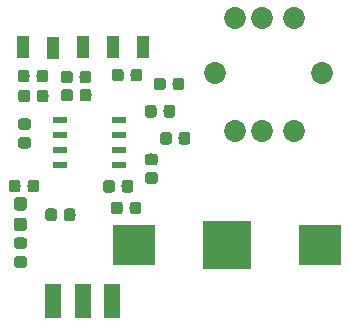
<source format=gts>
G04 #@! TF.GenerationSoftware,KiCad,Pcbnew,(5.0.2)-1*
G04 #@! TF.CreationDate,2019-05-31T16:15:03-05:00*
G04 #@! TF.ProjectId,ppg,7070672e-6b69-4636-9164-5f7063625858,V01*
G04 #@! TF.SameCoordinates,Original*
G04 #@! TF.FileFunction,Soldermask,Top*
G04 #@! TF.FilePolarity,Negative*
%FSLAX46Y46*%
G04 Gerber Fmt 4.6, Leading zero omitted, Abs format (unit mm)*
G04 Created by KiCad (PCBNEW (5.0.2)-1) date 5/31/2019 4:15:03 PM*
%MOMM*%
%LPD*%
G01*
G04 APERTURE LIST*
%ADD10C,0.100000*%
%ADD11C,0.976600*%
%ADD12R,3.601600X3.401600*%
%ADD13R,4.101600X4.101600*%
%ADD14C,1.051600*%
%ADD15R,1.351600X2.851600*%
%ADD16R,1.301600X0.601600*%
%ADD17C,1.851600*%
%ADD18R,1.101600X1.851600*%
G04 APERTURE END LIST*
D10*
G04 #@! TO.C,R12*
G36*
X116854081Y-107425376D02*
X116877781Y-107428891D01*
X116901023Y-107434713D01*
X116923582Y-107442785D01*
X116945242Y-107453029D01*
X116965792Y-107465347D01*
X116985037Y-107479619D01*
X117002790Y-107495710D01*
X117018881Y-107513463D01*
X117033153Y-107532708D01*
X117045471Y-107553258D01*
X117055715Y-107574918D01*
X117063787Y-107597477D01*
X117069609Y-107620719D01*
X117073124Y-107644419D01*
X117074300Y-107668350D01*
X117074300Y-108231650D01*
X117073124Y-108255581D01*
X117069609Y-108279281D01*
X117063787Y-108302523D01*
X117055715Y-108325082D01*
X117045471Y-108346742D01*
X117033153Y-108367292D01*
X117018881Y-108386537D01*
X117002790Y-108404290D01*
X116985037Y-108420381D01*
X116965792Y-108434653D01*
X116945242Y-108446971D01*
X116923582Y-108457215D01*
X116901023Y-108465287D01*
X116877781Y-108471109D01*
X116854081Y-108474624D01*
X116830150Y-108475800D01*
X116341850Y-108475800D01*
X116317919Y-108474624D01*
X116294219Y-108471109D01*
X116270977Y-108465287D01*
X116248418Y-108457215D01*
X116226758Y-108446971D01*
X116206208Y-108434653D01*
X116186963Y-108420381D01*
X116169210Y-108404290D01*
X116153119Y-108386537D01*
X116138847Y-108367292D01*
X116126529Y-108346742D01*
X116116285Y-108325082D01*
X116108213Y-108302523D01*
X116102391Y-108279281D01*
X116098876Y-108255581D01*
X116097700Y-108231650D01*
X116097700Y-107668350D01*
X116098876Y-107644419D01*
X116102391Y-107620719D01*
X116108213Y-107597477D01*
X116116285Y-107574918D01*
X116126529Y-107553258D01*
X116138847Y-107532708D01*
X116153119Y-107513463D01*
X116169210Y-107495710D01*
X116186963Y-107479619D01*
X116206208Y-107465347D01*
X116226758Y-107453029D01*
X116248418Y-107442785D01*
X116270977Y-107434713D01*
X116294219Y-107428891D01*
X116317919Y-107425376D01*
X116341850Y-107424200D01*
X116830150Y-107424200D01*
X116854081Y-107425376D01*
X116854081Y-107425376D01*
G37*
D11*
X116586000Y-107950000D03*
D10*
G36*
X115279081Y-107425376D02*
X115302781Y-107428891D01*
X115326023Y-107434713D01*
X115348582Y-107442785D01*
X115370242Y-107453029D01*
X115390792Y-107465347D01*
X115410037Y-107479619D01*
X115427790Y-107495710D01*
X115443881Y-107513463D01*
X115458153Y-107532708D01*
X115470471Y-107553258D01*
X115480715Y-107574918D01*
X115488787Y-107597477D01*
X115494609Y-107620719D01*
X115498124Y-107644419D01*
X115499300Y-107668350D01*
X115499300Y-108231650D01*
X115498124Y-108255581D01*
X115494609Y-108279281D01*
X115488787Y-108302523D01*
X115480715Y-108325082D01*
X115470471Y-108346742D01*
X115458153Y-108367292D01*
X115443881Y-108386537D01*
X115427790Y-108404290D01*
X115410037Y-108420381D01*
X115390792Y-108434653D01*
X115370242Y-108446971D01*
X115348582Y-108457215D01*
X115326023Y-108465287D01*
X115302781Y-108471109D01*
X115279081Y-108474624D01*
X115255150Y-108475800D01*
X114766850Y-108475800D01*
X114742919Y-108474624D01*
X114719219Y-108471109D01*
X114695977Y-108465287D01*
X114673418Y-108457215D01*
X114651758Y-108446971D01*
X114631208Y-108434653D01*
X114611963Y-108420381D01*
X114594210Y-108404290D01*
X114578119Y-108386537D01*
X114563847Y-108367292D01*
X114551529Y-108346742D01*
X114541285Y-108325082D01*
X114533213Y-108302523D01*
X114527391Y-108279281D01*
X114523876Y-108255581D01*
X114522700Y-108231650D01*
X114522700Y-107668350D01*
X114523876Y-107644419D01*
X114527391Y-107620719D01*
X114533213Y-107597477D01*
X114541285Y-107574918D01*
X114551529Y-107553258D01*
X114563847Y-107532708D01*
X114578119Y-107513463D01*
X114594210Y-107495710D01*
X114611963Y-107479619D01*
X114631208Y-107465347D01*
X114651758Y-107453029D01*
X114673418Y-107442785D01*
X114695977Y-107434713D01*
X114719219Y-107428891D01*
X114742919Y-107425376D01*
X114766850Y-107424200D01*
X115255150Y-107424200D01*
X115279081Y-107425376D01*
X115279081Y-107425376D01*
G37*
D11*
X115011000Y-107950000D03*
G04 #@! TD*
D12*
G04 #@! TO.C,BT1*
X117110000Y-112890000D03*
X132910000Y-112890000D03*
D13*
X125010000Y-112890000D03*
G04 #@! TD*
D10*
G04 #@! TO.C,C2*
G36*
X108073081Y-98095376D02*
X108096781Y-98098891D01*
X108120023Y-98104713D01*
X108142582Y-98112785D01*
X108164242Y-98123029D01*
X108184792Y-98135347D01*
X108204037Y-98149619D01*
X108221790Y-98165710D01*
X108237881Y-98183463D01*
X108252153Y-98202708D01*
X108264471Y-98223258D01*
X108274715Y-98244918D01*
X108282787Y-98267477D01*
X108288609Y-98290719D01*
X108292124Y-98314419D01*
X108293300Y-98338350D01*
X108293300Y-98901650D01*
X108292124Y-98925581D01*
X108288609Y-98949281D01*
X108282787Y-98972523D01*
X108274715Y-98995082D01*
X108264471Y-99016742D01*
X108252153Y-99037292D01*
X108237881Y-99056537D01*
X108221790Y-99074290D01*
X108204037Y-99090381D01*
X108184792Y-99104653D01*
X108164242Y-99116971D01*
X108142582Y-99127215D01*
X108120023Y-99135287D01*
X108096781Y-99141109D01*
X108073081Y-99144624D01*
X108049150Y-99145800D01*
X107560850Y-99145800D01*
X107536919Y-99144624D01*
X107513219Y-99141109D01*
X107489977Y-99135287D01*
X107467418Y-99127215D01*
X107445758Y-99116971D01*
X107425208Y-99104653D01*
X107405963Y-99090381D01*
X107388210Y-99074290D01*
X107372119Y-99056537D01*
X107357847Y-99037292D01*
X107345529Y-99016742D01*
X107335285Y-98995082D01*
X107327213Y-98972523D01*
X107321391Y-98949281D01*
X107317876Y-98925581D01*
X107316700Y-98901650D01*
X107316700Y-98338350D01*
X107317876Y-98314419D01*
X107321391Y-98290719D01*
X107327213Y-98267477D01*
X107335285Y-98244918D01*
X107345529Y-98223258D01*
X107357847Y-98202708D01*
X107372119Y-98183463D01*
X107388210Y-98165710D01*
X107405963Y-98149619D01*
X107425208Y-98135347D01*
X107445758Y-98123029D01*
X107467418Y-98112785D01*
X107489977Y-98104713D01*
X107513219Y-98098891D01*
X107536919Y-98095376D01*
X107560850Y-98094200D01*
X108049150Y-98094200D01*
X108073081Y-98095376D01*
X108073081Y-98095376D01*
G37*
D11*
X107805000Y-98620000D03*
D10*
G36*
X109648081Y-98095376D02*
X109671781Y-98098891D01*
X109695023Y-98104713D01*
X109717582Y-98112785D01*
X109739242Y-98123029D01*
X109759792Y-98135347D01*
X109779037Y-98149619D01*
X109796790Y-98165710D01*
X109812881Y-98183463D01*
X109827153Y-98202708D01*
X109839471Y-98223258D01*
X109849715Y-98244918D01*
X109857787Y-98267477D01*
X109863609Y-98290719D01*
X109867124Y-98314419D01*
X109868300Y-98338350D01*
X109868300Y-98901650D01*
X109867124Y-98925581D01*
X109863609Y-98949281D01*
X109857787Y-98972523D01*
X109849715Y-98995082D01*
X109839471Y-99016742D01*
X109827153Y-99037292D01*
X109812881Y-99056537D01*
X109796790Y-99074290D01*
X109779037Y-99090381D01*
X109759792Y-99104653D01*
X109739242Y-99116971D01*
X109717582Y-99127215D01*
X109695023Y-99135287D01*
X109671781Y-99141109D01*
X109648081Y-99144624D01*
X109624150Y-99145800D01*
X109135850Y-99145800D01*
X109111919Y-99144624D01*
X109088219Y-99141109D01*
X109064977Y-99135287D01*
X109042418Y-99127215D01*
X109020758Y-99116971D01*
X109000208Y-99104653D01*
X108980963Y-99090381D01*
X108963210Y-99074290D01*
X108947119Y-99056537D01*
X108932847Y-99037292D01*
X108920529Y-99016742D01*
X108910285Y-98995082D01*
X108902213Y-98972523D01*
X108896391Y-98949281D01*
X108892876Y-98925581D01*
X108891700Y-98901650D01*
X108891700Y-98338350D01*
X108892876Y-98314419D01*
X108896391Y-98290719D01*
X108902213Y-98267477D01*
X108910285Y-98244918D01*
X108920529Y-98223258D01*
X108932847Y-98202708D01*
X108947119Y-98183463D01*
X108963210Y-98165710D01*
X108980963Y-98149619D01*
X109000208Y-98135347D01*
X109020758Y-98123029D01*
X109042418Y-98112785D01*
X109064977Y-98104713D01*
X109088219Y-98098891D01*
X109111919Y-98095376D01*
X109135850Y-98094200D01*
X109624150Y-98094200D01*
X109648081Y-98095376D01*
X109648081Y-98095376D01*
G37*
D11*
X109380000Y-98620000D03*
G04 #@! TD*
D10*
G04 #@! TO.C,C3*
G36*
X116033081Y-98015376D02*
X116056781Y-98018891D01*
X116080023Y-98024713D01*
X116102582Y-98032785D01*
X116124242Y-98043029D01*
X116144792Y-98055347D01*
X116164037Y-98069619D01*
X116181790Y-98085710D01*
X116197881Y-98103463D01*
X116212153Y-98122708D01*
X116224471Y-98143258D01*
X116234715Y-98164918D01*
X116242787Y-98187477D01*
X116248609Y-98210719D01*
X116252124Y-98234419D01*
X116253300Y-98258350D01*
X116253300Y-98821650D01*
X116252124Y-98845581D01*
X116248609Y-98869281D01*
X116242787Y-98892523D01*
X116234715Y-98915082D01*
X116224471Y-98936742D01*
X116212153Y-98957292D01*
X116197881Y-98976537D01*
X116181790Y-98994290D01*
X116164037Y-99010381D01*
X116144792Y-99024653D01*
X116124242Y-99036971D01*
X116102582Y-99047215D01*
X116080023Y-99055287D01*
X116056781Y-99061109D01*
X116033081Y-99064624D01*
X116009150Y-99065800D01*
X115520850Y-99065800D01*
X115496919Y-99064624D01*
X115473219Y-99061109D01*
X115449977Y-99055287D01*
X115427418Y-99047215D01*
X115405758Y-99036971D01*
X115385208Y-99024653D01*
X115365963Y-99010381D01*
X115348210Y-98994290D01*
X115332119Y-98976537D01*
X115317847Y-98957292D01*
X115305529Y-98936742D01*
X115295285Y-98915082D01*
X115287213Y-98892523D01*
X115281391Y-98869281D01*
X115277876Y-98845581D01*
X115276700Y-98821650D01*
X115276700Y-98258350D01*
X115277876Y-98234419D01*
X115281391Y-98210719D01*
X115287213Y-98187477D01*
X115295285Y-98164918D01*
X115305529Y-98143258D01*
X115317847Y-98122708D01*
X115332119Y-98103463D01*
X115348210Y-98085710D01*
X115365963Y-98069619D01*
X115385208Y-98055347D01*
X115405758Y-98043029D01*
X115427418Y-98032785D01*
X115449977Y-98024713D01*
X115473219Y-98018891D01*
X115496919Y-98015376D01*
X115520850Y-98014200D01*
X116009150Y-98014200D01*
X116033081Y-98015376D01*
X116033081Y-98015376D01*
G37*
D11*
X115765000Y-98540000D03*
D10*
G36*
X117608081Y-98015376D02*
X117631781Y-98018891D01*
X117655023Y-98024713D01*
X117677582Y-98032785D01*
X117699242Y-98043029D01*
X117719792Y-98055347D01*
X117739037Y-98069619D01*
X117756790Y-98085710D01*
X117772881Y-98103463D01*
X117787153Y-98122708D01*
X117799471Y-98143258D01*
X117809715Y-98164918D01*
X117817787Y-98187477D01*
X117823609Y-98210719D01*
X117827124Y-98234419D01*
X117828300Y-98258350D01*
X117828300Y-98821650D01*
X117827124Y-98845581D01*
X117823609Y-98869281D01*
X117817787Y-98892523D01*
X117809715Y-98915082D01*
X117799471Y-98936742D01*
X117787153Y-98957292D01*
X117772881Y-98976537D01*
X117756790Y-98994290D01*
X117739037Y-99010381D01*
X117719792Y-99024653D01*
X117699242Y-99036971D01*
X117677582Y-99047215D01*
X117655023Y-99055287D01*
X117631781Y-99061109D01*
X117608081Y-99064624D01*
X117584150Y-99065800D01*
X117095850Y-99065800D01*
X117071919Y-99064624D01*
X117048219Y-99061109D01*
X117024977Y-99055287D01*
X117002418Y-99047215D01*
X116980758Y-99036971D01*
X116960208Y-99024653D01*
X116940963Y-99010381D01*
X116923210Y-98994290D01*
X116907119Y-98976537D01*
X116892847Y-98957292D01*
X116880529Y-98936742D01*
X116870285Y-98915082D01*
X116862213Y-98892523D01*
X116856391Y-98869281D01*
X116852876Y-98845581D01*
X116851700Y-98821650D01*
X116851700Y-98258350D01*
X116852876Y-98234419D01*
X116856391Y-98210719D01*
X116862213Y-98187477D01*
X116870285Y-98164918D01*
X116880529Y-98143258D01*
X116892847Y-98122708D01*
X116907119Y-98103463D01*
X116923210Y-98085710D01*
X116940963Y-98069619D01*
X116960208Y-98055347D01*
X116980758Y-98043029D01*
X117002418Y-98032785D01*
X117024977Y-98024713D01*
X117048219Y-98018891D01*
X117071919Y-98015376D01*
X117095850Y-98014200D01*
X117584150Y-98014200D01*
X117608081Y-98015376D01*
X117608081Y-98015376D01*
G37*
D11*
X117340000Y-98540000D03*
G04 #@! TD*
D10*
G04 #@! TO.C,D1*
G36*
X107808669Y-108845466D02*
X107834189Y-108849252D01*
X107859216Y-108855520D01*
X107883507Y-108864212D01*
X107906830Y-108875243D01*
X107928959Y-108888507D01*
X107949682Y-108903876D01*
X107968798Y-108921202D01*
X107986124Y-108940318D01*
X108001493Y-108961041D01*
X108014757Y-108983170D01*
X108025788Y-109006493D01*
X108034480Y-109030784D01*
X108040748Y-109055811D01*
X108044534Y-109081331D01*
X108045800Y-109107100D01*
X108045800Y-109732900D01*
X108044534Y-109758669D01*
X108040748Y-109784189D01*
X108034480Y-109809216D01*
X108025788Y-109833507D01*
X108014757Y-109856830D01*
X108001493Y-109878959D01*
X107986124Y-109899682D01*
X107968798Y-109918798D01*
X107949682Y-109936124D01*
X107928959Y-109951493D01*
X107906830Y-109964757D01*
X107883507Y-109975788D01*
X107859216Y-109984480D01*
X107834189Y-109990748D01*
X107808669Y-109994534D01*
X107782900Y-109995800D01*
X107257100Y-109995800D01*
X107231331Y-109994534D01*
X107205811Y-109990748D01*
X107180784Y-109984480D01*
X107156493Y-109975788D01*
X107133170Y-109964757D01*
X107111041Y-109951493D01*
X107090318Y-109936124D01*
X107071202Y-109918798D01*
X107053876Y-109899682D01*
X107038507Y-109878959D01*
X107025243Y-109856830D01*
X107014212Y-109833507D01*
X107005520Y-109809216D01*
X106999252Y-109784189D01*
X106995466Y-109758669D01*
X106994200Y-109732900D01*
X106994200Y-109107100D01*
X106995466Y-109081331D01*
X106999252Y-109055811D01*
X107005520Y-109030784D01*
X107014212Y-109006493D01*
X107025243Y-108983170D01*
X107038507Y-108961041D01*
X107053876Y-108940318D01*
X107071202Y-108921202D01*
X107090318Y-108903876D01*
X107111041Y-108888507D01*
X107133170Y-108875243D01*
X107156493Y-108864212D01*
X107180784Y-108855520D01*
X107205811Y-108849252D01*
X107231331Y-108845466D01*
X107257100Y-108844200D01*
X107782900Y-108844200D01*
X107808669Y-108845466D01*
X107808669Y-108845466D01*
G37*
D14*
X107520000Y-109420000D03*
D10*
G36*
X107808669Y-110595466D02*
X107834189Y-110599252D01*
X107859216Y-110605520D01*
X107883507Y-110614212D01*
X107906830Y-110625243D01*
X107928959Y-110638507D01*
X107949682Y-110653876D01*
X107968798Y-110671202D01*
X107986124Y-110690318D01*
X108001493Y-110711041D01*
X108014757Y-110733170D01*
X108025788Y-110756493D01*
X108034480Y-110780784D01*
X108040748Y-110805811D01*
X108044534Y-110831331D01*
X108045800Y-110857100D01*
X108045800Y-111482900D01*
X108044534Y-111508669D01*
X108040748Y-111534189D01*
X108034480Y-111559216D01*
X108025788Y-111583507D01*
X108014757Y-111606830D01*
X108001493Y-111628959D01*
X107986124Y-111649682D01*
X107968798Y-111668798D01*
X107949682Y-111686124D01*
X107928959Y-111701493D01*
X107906830Y-111714757D01*
X107883507Y-111725788D01*
X107859216Y-111734480D01*
X107834189Y-111740748D01*
X107808669Y-111744534D01*
X107782900Y-111745800D01*
X107257100Y-111745800D01*
X107231331Y-111744534D01*
X107205811Y-111740748D01*
X107180784Y-111734480D01*
X107156493Y-111725788D01*
X107133170Y-111714757D01*
X107111041Y-111701493D01*
X107090318Y-111686124D01*
X107071202Y-111668798D01*
X107053876Y-111649682D01*
X107038507Y-111628959D01*
X107025243Y-111606830D01*
X107014212Y-111583507D01*
X107005520Y-111559216D01*
X106999252Y-111534189D01*
X106995466Y-111508669D01*
X106994200Y-111482900D01*
X106994200Y-110857100D01*
X106995466Y-110831331D01*
X106999252Y-110805811D01*
X107005520Y-110780784D01*
X107014212Y-110756493D01*
X107025243Y-110733170D01*
X107038507Y-110711041D01*
X107053876Y-110690318D01*
X107071202Y-110671202D01*
X107090318Y-110653876D01*
X107111041Y-110638507D01*
X107133170Y-110625243D01*
X107156493Y-110614212D01*
X107180784Y-110605520D01*
X107205811Y-110599252D01*
X107231331Y-110595466D01*
X107257100Y-110594200D01*
X107782900Y-110594200D01*
X107808669Y-110595466D01*
X107808669Y-110595466D01*
G37*
D14*
X107520000Y-111170000D03*
G04 #@! TD*
D10*
G04 #@! TO.C,D2*
G36*
X121680081Y-103361376D02*
X121703781Y-103364891D01*
X121727023Y-103370713D01*
X121749582Y-103378785D01*
X121771242Y-103389029D01*
X121791792Y-103401347D01*
X121811037Y-103415619D01*
X121828790Y-103431710D01*
X121844881Y-103449463D01*
X121859153Y-103468708D01*
X121871471Y-103489258D01*
X121881715Y-103510918D01*
X121889787Y-103533477D01*
X121895609Y-103556719D01*
X121899124Y-103580419D01*
X121900300Y-103604350D01*
X121900300Y-104167650D01*
X121899124Y-104191581D01*
X121895609Y-104215281D01*
X121889787Y-104238523D01*
X121881715Y-104261082D01*
X121871471Y-104282742D01*
X121859153Y-104303292D01*
X121844881Y-104322537D01*
X121828790Y-104340290D01*
X121811037Y-104356381D01*
X121791792Y-104370653D01*
X121771242Y-104382971D01*
X121749582Y-104393215D01*
X121727023Y-104401287D01*
X121703781Y-104407109D01*
X121680081Y-104410624D01*
X121656150Y-104411800D01*
X121167850Y-104411800D01*
X121143919Y-104410624D01*
X121120219Y-104407109D01*
X121096977Y-104401287D01*
X121074418Y-104393215D01*
X121052758Y-104382971D01*
X121032208Y-104370653D01*
X121012963Y-104356381D01*
X120995210Y-104340290D01*
X120979119Y-104322537D01*
X120964847Y-104303292D01*
X120952529Y-104282742D01*
X120942285Y-104261082D01*
X120934213Y-104238523D01*
X120928391Y-104215281D01*
X120924876Y-104191581D01*
X120923700Y-104167650D01*
X120923700Y-103604350D01*
X120924876Y-103580419D01*
X120928391Y-103556719D01*
X120934213Y-103533477D01*
X120942285Y-103510918D01*
X120952529Y-103489258D01*
X120964847Y-103468708D01*
X120979119Y-103449463D01*
X120995210Y-103431710D01*
X121012963Y-103415619D01*
X121032208Y-103401347D01*
X121052758Y-103389029D01*
X121074418Y-103378785D01*
X121096977Y-103370713D01*
X121120219Y-103364891D01*
X121143919Y-103361376D01*
X121167850Y-103360200D01*
X121656150Y-103360200D01*
X121680081Y-103361376D01*
X121680081Y-103361376D01*
G37*
D11*
X121412000Y-103886000D03*
D10*
G36*
X120105081Y-103361376D02*
X120128781Y-103364891D01*
X120152023Y-103370713D01*
X120174582Y-103378785D01*
X120196242Y-103389029D01*
X120216792Y-103401347D01*
X120236037Y-103415619D01*
X120253790Y-103431710D01*
X120269881Y-103449463D01*
X120284153Y-103468708D01*
X120296471Y-103489258D01*
X120306715Y-103510918D01*
X120314787Y-103533477D01*
X120320609Y-103556719D01*
X120324124Y-103580419D01*
X120325300Y-103604350D01*
X120325300Y-104167650D01*
X120324124Y-104191581D01*
X120320609Y-104215281D01*
X120314787Y-104238523D01*
X120306715Y-104261082D01*
X120296471Y-104282742D01*
X120284153Y-104303292D01*
X120269881Y-104322537D01*
X120253790Y-104340290D01*
X120236037Y-104356381D01*
X120216792Y-104370653D01*
X120196242Y-104382971D01*
X120174582Y-104393215D01*
X120152023Y-104401287D01*
X120128781Y-104407109D01*
X120105081Y-104410624D01*
X120081150Y-104411800D01*
X119592850Y-104411800D01*
X119568919Y-104410624D01*
X119545219Y-104407109D01*
X119521977Y-104401287D01*
X119499418Y-104393215D01*
X119477758Y-104382971D01*
X119457208Y-104370653D01*
X119437963Y-104356381D01*
X119420210Y-104340290D01*
X119404119Y-104322537D01*
X119389847Y-104303292D01*
X119377529Y-104282742D01*
X119367285Y-104261082D01*
X119359213Y-104238523D01*
X119353391Y-104215281D01*
X119349876Y-104191581D01*
X119348700Y-104167650D01*
X119348700Y-103604350D01*
X119349876Y-103580419D01*
X119353391Y-103556719D01*
X119359213Y-103533477D01*
X119367285Y-103510918D01*
X119377529Y-103489258D01*
X119389847Y-103468708D01*
X119404119Y-103449463D01*
X119420210Y-103431710D01*
X119437963Y-103415619D01*
X119457208Y-103401347D01*
X119477758Y-103389029D01*
X119499418Y-103378785D01*
X119521977Y-103370713D01*
X119545219Y-103364891D01*
X119568919Y-103361376D01*
X119592850Y-103360200D01*
X120081150Y-103360200D01*
X120105081Y-103361376D01*
X120105081Y-103361376D01*
G37*
D11*
X119837000Y-103886000D03*
G04 #@! TD*
D10*
G04 #@! TO.C,R2*
G36*
X107835581Y-113852876D02*
X107859281Y-113856391D01*
X107882523Y-113862213D01*
X107905082Y-113870285D01*
X107926742Y-113880529D01*
X107947292Y-113892847D01*
X107966537Y-113907119D01*
X107984290Y-113923210D01*
X108000381Y-113940963D01*
X108014653Y-113960208D01*
X108026971Y-113980758D01*
X108037215Y-114002418D01*
X108045287Y-114024977D01*
X108051109Y-114048219D01*
X108054624Y-114071919D01*
X108055800Y-114095850D01*
X108055800Y-114584150D01*
X108054624Y-114608081D01*
X108051109Y-114631781D01*
X108045287Y-114655023D01*
X108037215Y-114677582D01*
X108026971Y-114699242D01*
X108014653Y-114719792D01*
X108000381Y-114739037D01*
X107984290Y-114756790D01*
X107966537Y-114772881D01*
X107947292Y-114787153D01*
X107926742Y-114799471D01*
X107905082Y-114809715D01*
X107882523Y-114817787D01*
X107859281Y-114823609D01*
X107835581Y-114827124D01*
X107811650Y-114828300D01*
X107248350Y-114828300D01*
X107224419Y-114827124D01*
X107200719Y-114823609D01*
X107177477Y-114817787D01*
X107154918Y-114809715D01*
X107133258Y-114799471D01*
X107112708Y-114787153D01*
X107093463Y-114772881D01*
X107075710Y-114756790D01*
X107059619Y-114739037D01*
X107045347Y-114719792D01*
X107033029Y-114699242D01*
X107022785Y-114677582D01*
X107014713Y-114655023D01*
X107008891Y-114631781D01*
X107005376Y-114608081D01*
X107004200Y-114584150D01*
X107004200Y-114095850D01*
X107005376Y-114071919D01*
X107008891Y-114048219D01*
X107014713Y-114024977D01*
X107022785Y-114002418D01*
X107033029Y-113980758D01*
X107045347Y-113960208D01*
X107059619Y-113940963D01*
X107075710Y-113923210D01*
X107093463Y-113907119D01*
X107112708Y-113892847D01*
X107133258Y-113880529D01*
X107154918Y-113870285D01*
X107177477Y-113862213D01*
X107200719Y-113856391D01*
X107224419Y-113852876D01*
X107248350Y-113851700D01*
X107811650Y-113851700D01*
X107835581Y-113852876D01*
X107835581Y-113852876D01*
G37*
D11*
X107530000Y-114340000D03*
D10*
G36*
X107835581Y-112277876D02*
X107859281Y-112281391D01*
X107882523Y-112287213D01*
X107905082Y-112295285D01*
X107926742Y-112305529D01*
X107947292Y-112317847D01*
X107966537Y-112332119D01*
X107984290Y-112348210D01*
X108000381Y-112365963D01*
X108014653Y-112385208D01*
X108026971Y-112405758D01*
X108037215Y-112427418D01*
X108045287Y-112449977D01*
X108051109Y-112473219D01*
X108054624Y-112496919D01*
X108055800Y-112520850D01*
X108055800Y-113009150D01*
X108054624Y-113033081D01*
X108051109Y-113056781D01*
X108045287Y-113080023D01*
X108037215Y-113102582D01*
X108026971Y-113124242D01*
X108014653Y-113144792D01*
X108000381Y-113164037D01*
X107984290Y-113181790D01*
X107966537Y-113197881D01*
X107947292Y-113212153D01*
X107926742Y-113224471D01*
X107905082Y-113234715D01*
X107882523Y-113242787D01*
X107859281Y-113248609D01*
X107835581Y-113252124D01*
X107811650Y-113253300D01*
X107248350Y-113253300D01*
X107224419Y-113252124D01*
X107200719Y-113248609D01*
X107177477Y-113242787D01*
X107154918Y-113234715D01*
X107133258Y-113224471D01*
X107112708Y-113212153D01*
X107093463Y-113197881D01*
X107075710Y-113181790D01*
X107059619Y-113164037D01*
X107045347Y-113144792D01*
X107033029Y-113124242D01*
X107022785Y-113102582D01*
X107014713Y-113080023D01*
X107008891Y-113056781D01*
X107005376Y-113033081D01*
X107004200Y-113009150D01*
X107004200Y-112520850D01*
X107005376Y-112496919D01*
X107008891Y-112473219D01*
X107014713Y-112449977D01*
X107022785Y-112427418D01*
X107033029Y-112405758D01*
X107045347Y-112385208D01*
X107059619Y-112365963D01*
X107075710Y-112348210D01*
X107093463Y-112332119D01*
X107112708Y-112317847D01*
X107133258Y-112305529D01*
X107154918Y-112295285D01*
X107177477Y-112287213D01*
X107200719Y-112281391D01*
X107224419Y-112277876D01*
X107248350Y-112276700D01*
X107811650Y-112276700D01*
X107835581Y-112277876D01*
X107835581Y-112277876D01*
G37*
D11*
X107530000Y-112765000D03*
G04 #@! TD*
D10*
G04 #@! TO.C,R3*
G36*
X107308081Y-107395376D02*
X107331781Y-107398891D01*
X107355023Y-107404713D01*
X107377582Y-107412785D01*
X107399242Y-107423029D01*
X107419792Y-107435347D01*
X107439037Y-107449619D01*
X107456790Y-107465710D01*
X107472881Y-107483463D01*
X107487153Y-107502708D01*
X107499471Y-107523258D01*
X107509715Y-107544918D01*
X107517787Y-107567477D01*
X107523609Y-107590719D01*
X107527124Y-107614419D01*
X107528300Y-107638350D01*
X107528300Y-108201650D01*
X107527124Y-108225581D01*
X107523609Y-108249281D01*
X107517787Y-108272523D01*
X107509715Y-108295082D01*
X107499471Y-108316742D01*
X107487153Y-108337292D01*
X107472881Y-108356537D01*
X107456790Y-108374290D01*
X107439037Y-108390381D01*
X107419792Y-108404653D01*
X107399242Y-108416971D01*
X107377582Y-108427215D01*
X107355023Y-108435287D01*
X107331781Y-108441109D01*
X107308081Y-108444624D01*
X107284150Y-108445800D01*
X106795850Y-108445800D01*
X106771919Y-108444624D01*
X106748219Y-108441109D01*
X106724977Y-108435287D01*
X106702418Y-108427215D01*
X106680758Y-108416971D01*
X106660208Y-108404653D01*
X106640963Y-108390381D01*
X106623210Y-108374290D01*
X106607119Y-108356537D01*
X106592847Y-108337292D01*
X106580529Y-108316742D01*
X106570285Y-108295082D01*
X106562213Y-108272523D01*
X106556391Y-108249281D01*
X106552876Y-108225581D01*
X106551700Y-108201650D01*
X106551700Y-107638350D01*
X106552876Y-107614419D01*
X106556391Y-107590719D01*
X106562213Y-107567477D01*
X106570285Y-107544918D01*
X106580529Y-107523258D01*
X106592847Y-107502708D01*
X106607119Y-107483463D01*
X106623210Y-107465710D01*
X106640963Y-107449619D01*
X106660208Y-107435347D01*
X106680758Y-107423029D01*
X106702418Y-107412785D01*
X106724977Y-107404713D01*
X106748219Y-107398891D01*
X106771919Y-107395376D01*
X106795850Y-107394200D01*
X107284150Y-107394200D01*
X107308081Y-107395376D01*
X107308081Y-107395376D01*
G37*
D11*
X107040000Y-107920000D03*
D10*
G36*
X108883081Y-107395376D02*
X108906781Y-107398891D01*
X108930023Y-107404713D01*
X108952582Y-107412785D01*
X108974242Y-107423029D01*
X108994792Y-107435347D01*
X109014037Y-107449619D01*
X109031790Y-107465710D01*
X109047881Y-107483463D01*
X109062153Y-107502708D01*
X109074471Y-107523258D01*
X109084715Y-107544918D01*
X109092787Y-107567477D01*
X109098609Y-107590719D01*
X109102124Y-107614419D01*
X109103300Y-107638350D01*
X109103300Y-108201650D01*
X109102124Y-108225581D01*
X109098609Y-108249281D01*
X109092787Y-108272523D01*
X109084715Y-108295082D01*
X109074471Y-108316742D01*
X109062153Y-108337292D01*
X109047881Y-108356537D01*
X109031790Y-108374290D01*
X109014037Y-108390381D01*
X108994792Y-108404653D01*
X108974242Y-108416971D01*
X108952582Y-108427215D01*
X108930023Y-108435287D01*
X108906781Y-108441109D01*
X108883081Y-108444624D01*
X108859150Y-108445800D01*
X108370850Y-108445800D01*
X108346919Y-108444624D01*
X108323219Y-108441109D01*
X108299977Y-108435287D01*
X108277418Y-108427215D01*
X108255758Y-108416971D01*
X108235208Y-108404653D01*
X108215963Y-108390381D01*
X108198210Y-108374290D01*
X108182119Y-108356537D01*
X108167847Y-108337292D01*
X108155529Y-108316742D01*
X108145285Y-108295082D01*
X108137213Y-108272523D01*
X108131391Y-108249281D01*
X108127876Y-108225581D01*
X108126700Y-108201650D01*
X108126700Y-107638350D01*
X108127876Y-107614419D01*
X108131391Y-107590719D01*
X108137213Y-107567477D01*
X108145285Y-107544918D01*
X108155529Y-107523258D01*
X108167847Y-107502708D01*
X108182119Y-107483463D01*
X108198210Y-107465710D01*
X108215963Y-107449619D01*
X108235208Y-107435347D01*
X108255758Y-107423029D01*
X108277418Y-107412785D01*
X108299977Y-107404713D01*
X108323219Y-107398891D01*
X108346919Y-107395376D01*
X108370850Y-107394200D01*
X108859150Y-107394200D01*
X108883081Y-107395376D01*
X108883081Y-107395376D01*
G37*
D11*
X108615000Y-107920000D03*
G04 #@! TD*
D10*
G04 #@! TO.C,R4*
G36*
X111963081Y-109825376D02*
X111986781Y-109828891D01*
X112010023Y-109834713D01*
X112032582Y-109842785D01*
X112054242Y-109853029D01*
X112074792Y-109865347D01*
X112094037Y-109879619D01*
X112111790Y-109895710D01*
X112127881Y-109913463D01*
X112142153Y-109932708D01*
X112154471Y-109953258D01*
X112164715Y-109974918D01*
X112172787Y-109997477D01*
X112178609Y-110020719D01*
X112182124Y-110044419D01*
X112183300Y-110068350D01*
X112183300Y-110631650D01*
X112182124Y-110655581D01*
X112178609Y-110679281D01*
X112172787Y-110702523D01*
X112164715Y-110725082D01*
X112154471Y-110746742D01*
X112142153Y-110767292D01*
X112127881Y-110786537D01*
X112111790Y-110804290D01*
X112094037Y-110820381D01*
X112074792Y-110834653D01*
X112054242Y-110846971D01*
X112032582Y-110857215D01*
X112010023Y-110865287D01*
X111986781Y-110871109D01*
X111963081Y-110874624D01*
X111939150Y-110875800D01*
X111450850Y-110875800D01*
X111426919Y-110874624D01*
X111403219Y-110871109D01*
X111379977Y-110865287D01*
X111357418Y-110857215D01*
X111335758Y-110846971D01*
X111315208Y-110834653D01*
X111295963Y-110820381D01*
X111278210Y-110804290D01*
X111262119Y-110786537D01*
X111247847Y-110767292D01*
X111235529Y-110746742D01*
X111225285Y-110725082D01*
X111217213Y-110702523D01*
X111211391Y-110679281D01*
X111207876Y-110655581D01*
X111206700Y-110631650D01*
X111206700Y-110068350D01*
X111207876Y-110044419D01*
X111211391Y-110020719D01*
X111217213Y-109997477D01*
X111225285Y-109974918D01*
X111235529Y-109953258D01*
X111247847Y-109932708D01*
X111262119Y-109913463D01*
X111278210Y-109895710D01*
X111295963Y-109879619D01*
X111315208Y-109865347D01*
X111335758Y-109853029D01*
X111357418Y-109842785D01*
X111379977Y-109834713D01*
X111403219Y-109828891D01*
X111426919Y-109825376D01*
X111450850Y-109824200D01*
X111939150Y-109824200D01*
X111963081Y-109825376D01*
X111963081Y-109825376D01*
G37*
D11*
X111695000Y-110350000D03*
D10*
G36*
X110388081Y-109825376D02*
X110411781Y-109828891D01*
X110435023Y-109834713D01*
X110457582Y-109842785D01*
X110479242Y-109853029D01*
X110499792Y-109865347D01*
X110519037Y-109879619D01*
X110536790Y-109895710D01*
X110552881Y-109913463D01*
X110567153Y-109932708D01*
X110579471Y-109953258D01*
X110589715Y-109974918D01*
X110597787Y-109997477D01*
X110603609Y-110020719D01*
X110607124Y-110044419D01*
X110608300Y-110068350D01*
X110608300Y-110631650D01*
X110607124Y-110655581D01*
X110603609Y-110679281D01*
X110597787Y-110702523D01*
X110589715Y-110725082D01*
X110579471Y-110746742D01*
X110567153Y-110767292D01*
X110552881Y-110786537D01*
X110536790Y-110804290D01*
X110519037Y-110820381D01*
X110499792Y-110834653D01*
X110479242Y-110846971D01*
X110457582Y-110857215D01*
X110435023Y-110865287D01*
X110411781Y-110871109D01*
X110388081Y-110874624D01*
X110364150Y-110875800D01*
X109875850Y-110875800D01*
X109851919Y-110874624D01*
X109828219Y-110871109D01*
X109804977Y-110865287D01*
X109782418Y-110857215D01*
X109760758Y-110846971D01*
X109740208Y-110834653D01*
X109720963Y-110820381D01*
X109703210Y-110804290D01*
X109687119Y-110786537D01*
X109672847Y-110767292D01*
X109660529Y-110746742D01*
X109650285Y-110725082D01*
X109642213Y-110702523D01*
X109636391Y-110679281D01*
X109632876Y-110655581D01*
X109631700Y-110631650D01*
X109631700Y-110068350D01*
X109632876Y-110044419D01*
X109636391Y-110020719D01*
X109642213Y-109997477D01*
X109650285Y-109974918D01*
X109660529Y-109953258D01*
X109672847Y-109932708D01*
X109687119Y-109913463D01*
X109703210Y-109895710D01*
X109720963Y-109879619D01*
X109740208Y-109865347D01*
X109760758Y-109853029D01*
X109782418Y-109842785D01*
X109804977Y-109834713D01*
X109828219Y-109828891D01*
X109851919Y-109825376D01*
X109875850Y-109824200D01*
X110364150Y-109824200D01*
X110388081Y-109825376D01*
X110388081Y-109825376D01*
G37*
D11*
X110120000Y-110350000D03*
G04 #@! TD*
D10*
G04 #@! TO.C,R5*
G36*
X108175581Y-103772876D02*
X108199281Y-103776391D01*
X108222523Y-103782213D01*
X108245082Y-103790285D01*
X108266742Y-103800529D01*
X108287292Y-103812847D01*
X108306537Y-103827119D01*
X108324290Y-103843210D01*
X108340381Y-103860963D01*
X108354653Y-103880208D01*
X108366971Y-103900758D01*
X108377215Y-103922418D01*
X108385287Y-103944977D01*
X108391109Y-103968219D01*
X108394624Y-103991919D01*
X108395800Y-104015850D01*
X108395800Y-104504150D01*
X108394624Y-104528081D01*
X108391109Y-104551781D01*
X108385287Y-104575023D01*
X108377215Y-104597582D01*
X108366971Y-104619242D01*
X108354653Y-104639792D01*
X108340381Y-104659037D01*
X108324290Y-104676790D01*
X108306537Y-104692881D01*
X108287292Y-104707153D01*
X108266742Y-104719471D01*
X108245082Y-104729715D01*
X108222523Y-104737787D01*
X108199281Y-104743609D01*
X108175581Y-104747124D01*
X108151650Y-104748300D01*
X107588350Y-104748300D01*
X107564419Y-104747124D01*
X107540719Y-104743609D01*
X107517477Y-104737787D01*
X107494918Y-104729715D01*
X107473258Y-104719471D01*
X107452708Y-104707153D01*
X107433463Y-104692881D01*
X107415710Y-104676790D01*
X107399619Y-104659037D01*
X107385347Y-104639792D01*
X107373029Y-104619242D01*
X107362785Y-104597582D01*
X107354713Y-104575023D01*
X107348891Y-104551781D01*
X107345376Y-104528081D01*
X107344200Y-104504150D01*
X107344200Y-104015850D01*
X107345376Y-103991919D01*
X107348891Y-103968219D01*
X107354713Y-103944977D01*
X107362785Y-103922418D01*
X107373029Y-103900758D01*
X107385347Y-103880208D01*
X107399619Y-103860963D01*
X107415710Y-103843210D01*
X107433463Y-103827119D01*
X107452708Y-103812847D01*
X107473258Y-103800529D01*
X107494918Y-103790285D01*
X107517477Y-103782213D01*
X107540719Y-103776391D01*
X107564419Y-103772876D01*
X107588350Y-103771700D01*
X108151650Y-103771700D01*
X108175581Y-103772876D01*
X108175581Y-103772876D01*
G37*
D11*
X107870000Y-104260000D03*
D10*
G36*
X108175581Y-102197876D02*
X108199281Y-102201391D01*
X108222523Y-102207213D01*
X108245082Y-102215285D01*
X108266742Y-102225529D01*
X108287292Y-102237847D01*
X108306537Y-102252119D01*
X108324290Y-102268210D01*
X108340381Y-102285963D01*
X108354653Y-102305208D01*
X108366971Y-102325758D01*
X108377215Y-102347418D01*
X108385287Y-102369977D01*
X108391109Y-102393219D01*
X108394624Y-102416919D01*
X108395800Y-102440850D01*
X108395800Y-102929150D01*
X108394624Y-102953081D01*
X108391109Y-102976781D01*
X108385287Y-103000023D01*
X108377215Y-103022582D01*
X108366971Y-103044242D01*
X108354653Y-103064792D01*
X108340381Y-103084037D01*
X108324290Y-103101790D01*
X108306537Y-103117881D01*
X108287292Y-103132153D01*
X108266742Y-103144471D01*
X108245082Y-103154715D01*
X108222523Y-103162787D01*
X108199281Y-103168609D01*
X108175581Y-103172124D01*
X108151650Y-103173300D01*
X107588350Y-103173300D01*
X107564419Y-103172124D01*
X107540719Y-103168609D01*
X107517477Y-103162787D01*
X107494918Y-103154715D01*
X107473258Y-103144471D01*
X107452708Y-103132153D01*
X107433463Y-103117881D01*
X107415710Y-103101790D01*
X107399619Y-103084037D01*
X107385347Y-103064792D01*
X107373029Y-103044242D01*
X107362785Y-103022582D01*
X107354713Y-103000023D01*
X107348891Y-102976781D01*
X107345376Y-102953081D01*
X107344200Y-102929150D01*
X107344200Y-102440850D01*
X107345376Y-102416919D01*
X107348891Y-102393219D01*
X107354713Y-102369977D01*
X107362785Y-102347418D01*
X107373029Y-102325758D01*
X107385347Y-102305208D01*
X107399619Y-102285963D01*
X107415710Y-102268210D01*
X107433463Y-102252119D01*
X107452708Y-102237847D01*
X107473258Y-102225529D01*
X107494918Y-102215285D01*
X107517477Y-102207213D01*
X107540719Y-102201391D01*
X107564419Y-102197876D01*
X107588350Y-102196700D01*
X108151650Y-102196700D01*
X108175581Y-102197876D01*
X108175581Y-102197876D01*
G37*
D11*
X107870000Y-102685000D03*
G04 #@! TD*
D10*
G04 #@! TO.C,R6*
G36*
X118923581Y-105176876D02*
X118947281Y-105180391D01*
X118970523Y-105186213D01*
X118993082Y-105194285D01*
X119014742Y-105204529D01*
X119035292Y-105216847D01*
X119054537Y-105231119D01*
X119072290Y-105247210D01*
X119088381Y-105264963D01*
X119102653Y-105284208D01*
X119114971Y-105304758D01*
X119125215Y-105326418D01*
X119133287Y-105348977D01*
X119139109Y-105372219D01*
X119142624Y-105395919D01*
X119143800Y-105419850D01*
X119143800Y-105908150D01*
X119142624Y-105932081D01*
X119139109Y-105955781D01*
X119133287Y-105979023D01*
X119125215Y-106001582D01*
X119114971Y-106023242D01*
X119102653Y-106043792D01*
X119088381Y-106063037D01*
X119072290Y-106080790D01*
X119054537Y-106096881D01*
X119035292Y-106111153D01*
X119014742Y-106123471D01*
X118993082Y-106133715D01*
X118970523Y-106141787D01*
X118947281Y-106147609D01*
X118923581Y-106151124D01*
X118899650Y-106152300D01*
X118336350Y-106152300D01*
X118312419Y-106151124D01*
X118288719Y-106147609D01*
X118265477Y-106141787D01*
X118242918Y-106133715D01*
X118221258Y-106123471D01*
X118200708Y-106111153D01*
X118181463Y-106096881D01*
X118163710Y-106080790D01*
X118147619Y-106063037D01*
X118133347Y-106043792D01*
X118121029Y-106023242D01*
X118110785Y-106001582D01*
X118102713Y-105979023D01*
X118096891Y-105955781D01*
X118093376Y-105932081D01*
X118092200Y-105908150D01*
X118092200Y-105419850D01*
X118093376Y-105395919D01*
X118096891Y-105372219D01*
X118102713Y-105348977D01*
X118110785Y-105326418D01*
X118121029Y-105304758D01*
X118133347Y-105284208D01*
X118147619Y-105264963D01*
X118163710Y-105247210D01*
X118181463Y-105231119D01*
X118200708Y-105216847D01*
X118221258Y-105204529D01*
X118242918Y-105194285D01*
X118265477Y-105186213D01*
X118288719Y-105180391D01*
X118312419Y-105176876D01*
X118336350Y-105175700D01*
X118899650Y-105175700D01*
X118923581Y-105176876D01*
X118923581Y-105176876D01*
G37*
D11*
X118618000Y-105664000D03*
D10*
G36*
X118923581Y-106751876D02*
X118947281Y-106755391D01*
X118970523Y-106761213D01*
X118993082Y-106769285D01*
X119014742Y-106779529D01*
X119035292Y-106791847D01*
X119054537Y-106806119D01*
X119072290Y-106822210D01*
X119088381Y-106839963D01*
X119102653Y-106859208D01*
X119114971Y-106879758D01*
X119125215Y-106901418D01*
X119133287Y-106923977D01*
X119139109Y-106947219D01*
X119142624Y-106970919D01*
X119143800Y-106994850D01*
X119143800Y-107483150D01*
X119142624Y-107507081D01*
X119139109Y-107530781D01*
X119133287Y-107554023D01*
X119125215Y-107576582D01*
X119114971Y-107598242D01*
X119102653Y-107618792D01*
X119088381Y-107638037D01*
X119072290Y-107655790D01*
X119054537Y-107671881D01*
X119035292Y-107686153D01*
X119014742Y-107698471D01*
X118993082Y-107708715D01*
X118970523Y-107716787D01*
X118947281Y-107722609D01*
X118923581Y-107726124D01*
X118899650Y-107727300D01*
X118336350Y-107727300D01*
X118312419Y-107726124D01*
X118288719Y-107722609D01*
X118265477Y-107716787D01*
X118242918Y-107708715D01*
X118221258Y-107698471D01*
X118200708Y-107686153D01*
X118181463Y-107671881D01*
X118163710Y-107655790D01*
X118147619Y-107638037D01*
X118133347Y-107618792D01*
X118121029Y-107598242D01*
X118110785Y-107576582D01*
X118102713Y-107554023D01*
X118096891Y-107530781D01*
X118093376Y-107507081D01*
X118092200Y-107483150D01*
X118092200Y-106994850D01*
X118093376Y-106970919D01*
X118096891Y-106947219D01*
X118102713Y-106923977D01*
X118110785Y-106901418D01*
X118121029Y-106879758D01*
X118133347Y-106859208D01*
X118147619Y-106839963D01*
X118163710Y-106822210D01*
X118181463Y-106806119D01*
X118200708Y-106791847D01*
X118221258Y-106779529D01*
X118242918Y-106769285D01*
X118265477Y-106761213D01*
X118288719Y-106755391D01*
X118312419Y-106751876D01*
X118336350Y-106750700D01*
X118899650Y-106750700D01*
X118923581Y-106751876D01*
X118923581Y-106751876D01*
G37*
D11*
X118618000Y-107239000D03*
G04 #@! TD*
D10*
G04 #@! TO.C,R7*
G36*
X108103081Y-99775376D02*
X108126781Y-99778891D01*
X108150023Y-99784713D01*
X108172582Y-99792785D01*
X108194242Y-99803029D01*
X108214792Y-99815347D01*
X108234037Y-99829619D01*
X108251790Y-99845710D01*
X108267881Y-99863463D01*
X108282153Y-99882708D01*
X108294471Y-99903258D01*
X108304715Y-99924918D01*
X108312787Y-99947477D01*
X108318609Y-99970719D01*
X108322124Y-99994419D01*
X108323300Y-100018350D01*
X108323300Y-100581650D01*
X108322124Y-100605581D01*
X108318609Y-100629281D01*
X108312787Y-100652523D01*
X108304715Y-100675082D01*
X108294471Y-100696742D01*
X108282153Y-100717292D01*
X108267881Y-100736537D01*
X108251790Y-100754290D01*
X108234037Y-100770381D01*
X108214792Y-100784653D01*
X108194242Y-100796971D01*
X108172582Y-100807215D01*
X108150023Y-100815287D01*
X108126781Y-100821109D01*
X108103081Y-100824624D01*
X108079150Y-100825800D01*
X107590850Y-100825800D01*
X107566919Y-100824624D01*
X107543219Y-100821109D01*
X107519977Y-100815287D01*
X107497418Y-100807215D01*
X107475758Y-100796971D01*
X107455208Y-100784653D01*
X107435963Y-100770381D01*
X107418210Y-100754290D01*
X107402119Y-100736537D01*
X107387847Y-100717292D01*
X107375529Y-100696742D01*
X107365285Y-100675082D01*
X107357213Y-100652523D01*
X107351391Y-100629281D01*
X107347876Y-100605581D01*
X107346700Y-100581650D01*
X107346700Y-100018350D01*
X107347876Y-99994419D01*
X107351391Y-99970719D01*
X107357213Y-99947477D01*
X107365285Y-99924918D01*
X107375529Y-99903258D01*
X107387847Y-99882708D01*
X107402119Y-99863463D01*
X107418210Y-99845710D01*
X107435963Y-99829619D01*
X107455208Y-99815347D01*
X107475758Y-99803029D01*
X107497418Y-99792785D01*
X107519977Y-99784713D01*
X107543219Y-99778891D01*
X107566919Y-99775376D01*
X107590850Y-99774200D01*
X108079150Y-99774200D01*
X108103081Y-99775376D01*
X108103081Y-99775376D01*
G37*
D11*
X107835000Y-100300000D03*
D10*
G36*
X109678081Y-99775376D02*
X109701781Y-99778891D01*
X109725023Y-99784713D01*
X109747582Y-99792785D01*
X109769242Y-99803029D01*
X109789792Y-99815347D01*
X109809037Y-99829619D01*
X109826790Y-99845710D01*
X109842881Y-99863463D01*
X109857153Y-99882708D01*
X109869471Y-99903258D01*
X109879715Y-99924918D01*
X109887787Y-99947477D01*
X109893609Y-99970719D01*
X109897124Y-99994419D01*
X109898300Y-100018350D01*
X109898300Y-100581650D01*
X109897124Y-100605581D01*
X109893609Y-100629281D01*
X109887787Y-100652523D01*
X109879715Y-100675082D01*
X109869471Y-100696742D01*
X109857153Y-100717292D01*
X109842881Y-100736537D01*
X109826790Y-100754290D01*
X109809037Y-100770381D01*
X109789792Y-100784653D01*
X109769242Y-100796971D01*
X109747582Y-100807215D01*
X109725023Y-100815287D01*
X109701781Y-100821109D01*
X109678081Y-100824624D01*
X109654150Y-100825800D01*
X109165850Y-100825800D01*
X109141919Y-100824624D01*
X109118219Y-100821109D01*
X109094977Y-100815287D01*
X109072418Y-100807215D01*
X109050758Y-100796971D01*
X109030208Y-100784653D01*
X109010963Y-100770381D01*
X108993210Y-100754290D01*
X108977119Y-100736537D01*
X108962847Y-100717292D01*
X108950529Y-100696742D01*
X108940285Y-100675082D01*
X108932213Y-100652523D01*
X108926391Y-100629281D01*
X108922876Y-100605581D01*
X108921700Y-100581650D01*
X108921700Y-100018350D01*
X108922876Y-99994419D01*
X108926391Y-99970719D01*
X108932213Y-99947477D01*
X108940285Y-99924918D01*
X108950529Y-99903258D01*
X108962847Y-99882708D01*
X108977119Y-99863463D01*
X108993210Y-99845710D01*
X109010963Y-99829619D01*
X109030208Y-99815347D01*
X109050758Y-99803029D01*
X109072418Y-99792785D01*
X109094977Y-99784713D01*
X109118219Y-99778891D01*
X109141919Y-99775376D01*
X109165850Y-99774200D01*
X109654150Y-99774200D01*
X109678081Y-99775376D01*
X109678081Y-99775376D01*
G37*
D11*
X109410000Y-100300000D03*
G04 #@! TD*
D10*
G04 #@! TO.C,R8*
G36*
X113295581Y-98175376D02*
X113319281Y-98178891D01*
X113342523Y-98184713D01*
X113365082Y-98192785D01*
X113386742Y-98203029D01*
X113407292Y-98215347D01*
X113426537Y-98229619D01*
X113444290Y-98245710D01*
X113460381Y-98263463D01*
X113474653Y-98282708D01*
X113486971Y-98303258D01*
X113497215Y-98324918D01*
X113505287Y-98347477D01*
X113511109Y-98370719D01*
X113514624Y-98394419D01*
X113515800Y-98418350D01*
X113515800Y-98981650D01*
X113514624Y-99005581D01*
X113511109Y-99029281D01*
X113505287Y-99052523D01*
X113497215Y-99075082D01*
X113486971Y-99096742D01*
X113474653Y-99117292D01*
X113460381Y-99136537D01*
X113444290Y-99154290D01*
X113426537Y-99170381D01*
X113407292Y-99184653D01*
X113386742Y-99196971D01*
X113365082Y-99207215D01*
X113342523Y-99215287D01*
X113319281Y-99221109D01*
X113295581Y-99224624D01*
X113271650Y-99225800D01*
X112783350Y-99225800D01*
X112759419Y-99224624D01*
X112735719Y-99221109D01*
X112712477Y-99215287D01*
X112689918Y-99207215D01*
X112668258Y-99196971D01*
X112647708Y-99184653D01*
X112628463Y-99170381D01*
X112610710Y-99154290D01*
X112594619Y-99136537D01*
X112580347Y-99117292D01*
X112568029Y-99096742D01*
X112557785Y-99075082D01*
X112549713Y-99052523D01*
X112543891Y-99029281D01*
X112540376Y-99005581D01*
X112539200Y-98981650D01*
X112539200Y-98418350D01*
X112540376Y-98394419D01*
X112543891Y-98370719D01*
X112549713Y-98347477D01*
X112557785Y-98324918D01*
X112568029Y-98303258D01*
X112580347Y-98282708D01*
X112594619Y-98263463D01*
X112610710Y-98245710D01*
X112628463Y-98229619D01*
X112647708Y-98215347D01*
X112668258Y-98203029D01*
X112689918Y-98192785D01*
X112712477Y-98184713D01*
X112735719Y-98178891D01*
X112759419Y-98175376D01*
X112783350Y-98174200D01*
X113271650Y-98174200D01*
X113295581Y-98175376D01*
X113295581Y-98175376D01*
G37*
D11*
X113027500Y-98700000D03*
D10*
G36*
X111720581Y-98175376D02*
X111744281Y-98178891D01*
X111767523Y-98184713D01*
X111790082Y-98192785D01*
X111811742Y-98203029D01*
X111832292Y-98215347D01*
X111851537Y-98229619D01*
X111869290Y-98245710D01*
X111885381Y-98263463D01*
X111899653Y-98282708D01*
X111911971Y-98303258D01*
X111922215Y-98324918D01*
X111930287Y-98347477D01*
X111936109Y-98370719D01*
X111939624Y-98394419D01*
X111940800Y-98418350D01*
X111940800Y-98981650D01*
X111939624Y-99005581D01*
X111936109Y-99029281D01*
X111930287Y-99052523D01*
X111922215Y-99075082D01*
X111911971Y-99096742D01*
X111899653Y-99117292D01*
X111885381Y-99136537D01*
X111869290Y-99154290D01*
X111851537Y-99170381D01*
X111832292Y-99184653D01*
X111811742Y-99196971D01*
X111790082Y-99207215D01*
X111767523Y-99215287D01*
X111744281Y-99221109D01*
X111720581Y-99224624D01*
X111696650Y-99225800D01*
X111208350Y-99225800D01*
X111184419Y-99224624D01*
X111160719Y-99221109D01*
X111137477Y-99215287D01*
X111114918Y-99207215D01*
X111093258Y-99196971D01*
X111072708Y-99184653D01*
X111053463Y-99170381D01*
X111035710Y-99154290D01*
X111019619Y-99136537D01*
X111005347Y-99117292D01*
X110993029Y-99096742D01*
X110982785Y-99075082D01*
X110974713Y-99052523D01*
X110968891Y-99029281D01*
X110965376Y-99005581D01*
X110964200Y-98981650D01*
X110964200Y-98418350D01*
X110965376Y-98394419D01*
X110968891Y-98370719D01*
X110974713Y-98347477D01*
X110982785Y-98324918D01*
X110993029Y-98303258D01*
X111005347Y-98282708D01*
X111019619Y-98263463D01*
X111035710Y-98245710D01*
X111053463Y-98229619D01*
X111072708Y-98215347D01*
X111093258Y-98203029D01*
X111114918Y-98192785D01*
X111137477Y-98184713D01*
X111160719Y-98178891D01*
X111184419Y-98175376D01*
X111208350Y-98174200D01*
X111696650Y-98174200D01*
X111720581Y-98175376D01*
X111720581Y-98175376D01*
G37*
D11*
X111452500Y-98700000D03*
G04 #@! TD*
D10*
G04 #@! TO.C,R9*
G36*
X118828081Y-101075376D02*
X118851781Y-101078891D01*
X118875023Y-101084713D01*
X118897582Y-101092785D01*
X118919242Y-101103029D01*
X118939792Y-101115347D01*
X118959037Y-101129619D01*
X118976790Y-101145710D01*
X118992881Y-101163463D01*
X119007153Y-101182708D01*
X119019471Y-101203258D01*
X119029715Y-101224918D01*
X119037787Y-101247477D01*
X119043609Y-101270719D01*
X119047124Y-101294419D01*
X119048300Y-101318350D01*
X119048300Y-101881650D01*
X119047124Y-101905581D01*
X119043609Y-101929281D01*
X119037787Y-101952523D01*
X119029715Y-101975082D01*
X119019471Y-101996742D01*
X119007153Y-102017292D01*
X118992881Y-102036537D01*
X118976790Y-102054290D01*
X118959037Y-102070381D01*
X118939792Y-102084653D01*
X118919242Y-102096971D01*
X118897582Y-102107215D01*
X118875023Y-102115287D01*
X118851781Y-102121109D01*
X118828081Y-102124624D01*
X118804150Y-102125800D01*
X118315850Y-102125800D01*
X118291919Y-102124624D01*
X118268219Y-102121109D01*
X118244977Y-102115287D01*
X118222418Y-102107215D01*
X118200758Y-102096971D01*
X118180208Y-102084653D01*
X118160963Y-102070381D01*
X118143210Y-102054290D01*
X118127119Y-102036537D01*
X118112847Y-102017292D01*
X118100529Y-101996742D01*
X118090285Y-101975082D01*
X118082213Y-101952523D01*
X118076391Y-101929281D01*
X118072876Y-101905581D01*
X118071700Y-101881650D01*
X118071700Y-101318350D01*
X118072876Y-101294419D01*
X118076391Y-101270719D01*
X118082213Y-101247477D01*
X118090285Y-101224918D01*
X118100529Y-101203258D01*
X118112847Y-101182708D01*
X118127119Y-101163463D01*
X118143210Y-101145710D01*
X118160963Y-101129619D01*
X118180208Y-101115347D01*
X118200758Y-101103029D01*
X118222418Y-101092785D01*
X118244977Y-101084713D01*
X118268219Y-101078891D01*
X118291919Y-101075376D01*
X118315850Y-101074200D01*
X118804150Y-101074200D01*
X118828081Y-101075376D01*
X118828081Y-101075376D01*
G37*
D11*
X118560000Y-101600000D03*
D10*
G36*
X120403081Y-101075376D02*
X120426781Y-101078891D01*
X120450023Y-101084713D01*
X120472582Y-101092785D01*
X120494242Y-101103029D01*
X120514792Y-101115347D01*
X120534037Y-101129619D01*
X120551790Y-101145710D01*
X120567881Y-101163463D01*
X120582153Y-101182708D01*
X120594471Y-101203258D01*
X120604715Y-101224918D01*
X120612787Y-101247477D01*
X120618609Y-101270719D01*
X120622124Y-101294419D01*
X120623300Y-101318350D01*
X120623300Y-101881650D01*
X120622124Y-101905581D01*
X120618609Y-101929281D01*
X120612787Y-101952523D01*
X120604715Y-101975082D01*
X120594471Y-101996742D01*
X120582153Y-102017292D01*
X120567881Y-102036537D01*
X120551790Y-102054290D01*
X120534037Y-102070381D01*
X120514792Y-102084653D01*
X120494242Y-102096971D01*
X120472582Y-102107215D01*
X120450023Y-102115287D01*
X120426781Y-102121109D01*
X120403081Y-102124624D01*
X120379150Y-102125800D01*
X119890850Y-102125800D01*
X119866919Y-102124624D01*
X119843219Y-102121109D01*
X119819977Y-102115287D01*
X119797418Y-102107215D01*
X119775758Y-102096971D01*
X119755208Y-102084653D01*
X119735963Y-102070381D01*
X119718210Y-102054290D01*
X119702119Y-102036537D01*
X119687847Y-102017292D01*
X119675529Y-101996742D01*
X119665285Y-101975082D01*
X119657213Y-101952523D01*
X119651391Y-101929281D01*
X119647876Y-101905581D01*
X119646700Y-101881650D01*
X119646700Y-101318350D01*
X119647876Y-101294419D01*
X119651391Y-101270719D01*
X119657213Y-101247477D01*
X119665285Y-101224918D01*
X119675529Y-101203258D01*
X119687847Y-101182708D01*
X119702119Y-101163463D01*
X119718210Y-101145710D01*
X119735963Y-101129619D01*
X119755208Y-101115347D01*
X119775758Y-101103029D01*
X119797418Y-101092785D01*
X119819977Y-101084713D01*
X119843219Y-101078891D01*
X119866919Y-101075376D01*
X119890850Y-101074200D01*
X120379150Y-101074200D01*
X120403081Y-101075376D01*
X120403081Y-101075376D01*
G37*
D11*
X120135000Y-101600000D03*
G04 #@! TD*
D10*
G04 #@! TO.C,R10*
G36*
X113303081Y-99715376D02*
X113326781Y-99718891D01*
X113350023Y-99724713D01*
X113372582Y-99732785D01*
X113394242Y-99743029D01*
X113414792Y-99755347D01*
X113434037Y-99769619D01*
X113451790Y-99785710D01*
X113467881Y-99803463D01*
X113482153Y-99822708D01*
X113494471Y-99843258D01*
X113504715Y-99864918D01*
X113512787Y-99887477D01*
X113518609Y-99910719D01*
X113522124Y-99934419D01*
X113523300Y-99958350D01*
X113523300Y-100521650D01*
X113522124Y-100545581D01*
X113518609Y-100569281D01*
X113512787Y-100592523D01*
X113504715Y-100615082D01*
X113494471Y-100636742D01*
X113482153Y-100657292D01*
X113467881Y-100676537D01*
X113451790Y-100694290D01*
X113434037Y-100710381D01*
X113414792Y-100724653D01*
X113394242Y-100736971D01*
X113372582Y-100747215D01*
X113350023Y-100755287D01*
X113326781Y-100761109D01*
X113303081Y-100764624D01*
X113279150Y-100765800D01*
X112790850Y-100765800D01*
X112766919Y-100764624D01*
X112743219Y-100761109D01*
X112719977Y-100755287D01*
X112697418Y-100747215D01*
X112675758Y-100736971D01*
X112655208Y-100724653D01*
X112635963Y-100710381D01*
X112618210Y-100694290D01*
X112602119Y-100676537D01*
X112587847Y-100657292D01*
X112575529Y-100636742D01*
X112565285Y-100615082D01*
X112557213Y-100592523D01*
X112551391Y-100569281D01*
X112547876Y-100545581D01*
X112546700Y-100521650D01*
X112546700Y-99958350D01*
X112547876Y-99934419D01*
X112551391Y-99910719D01*
X112557213Y-99887477D01*
X112565285Y-99864918D01*
X112575529Y-99843258D01*
X112587847Y-99822708D01*
X112602119Y-99803463D01*
X112618210Y-99785710D01*
X112635963Y-99769619D01*
X112655208Y-99755347D01*
X112675758Y-99743029D01*
X112697418Y-99732785D01*
X112719977Y-99724713D01*
X112743219Y-99718891D01*
X112766919Y-99715376D01*
X112790850Y-99714200D01*
X113279150Y-99714200D01*
X113303081Y-99715376D01*
X113303081Y-99715376D01*
G37*
D11*
X113035000Y-100240000D03*
D10*
G36*
X111728081Y-99715376D02*
X111751781Y-99718891D01*
X111775023Y-99724713D01*
X111797582Y-99732785D01*
X111819242Y-99743029D01*
X111839792Y-99755347D01*
X111859037Y-99769619D01*
X111876790Y-99785710D01*
X111892881Y-99803463D01*
X111907153Y-99822708D01*
X111919471Y-99843258D01*
X111929715Y-99864918D01*
X111937787Y-99887477D01*
X111943609Y-99910719D01*
X111947124Y-99934419D01*
X111948300Y-99958350D01*
X111948300Y-100521650D01*
X111947124Y-100545581D01*
X111943609Y-100569281D01*
X111937787Y-100592523D01*
X111929715Y-100615082D01*
X111919471Y-100636742D01*
X111907153Y-100657292D01*
X111892881Y-100676537D01*
X111876790Y-100694290D01*
X111859037Y-100710381D01*
X111839792Y-100724653D01*
X111819242Y-100736971D01*
X111797582Y-100747215D01*
X111775023Y-100755287D01*
X111751781Y-100761109D01*
X111728081Y-100764624D01*
X111704150Y-100765800D01*
X111215850Y-100765800D01*
X111191919Y-100764624D01*
X111168219Y-100761109D01*
X111144977Y-100755287D01*
X111122418Y-100747215D01*
X111100758Y-100736971D01*
X111080208Y-100724653D01*
X111060963Y-100710381D01*
X111043210Y-100694290D01*
X111027119Y-100676537D01*
X111012847Y-100657292D01*
X111000529Y-100636742D01*
X110990285Y-100615082D01*
X110982213Y-100592523D01*
X110976391Y-100569281D01*
X110972876Y-100545581D01*
X110971700Y-100521650D01*
X110971700Y-99958350D01*
X110972876Y-99934419D01*
X110976391Y-99910719D01*
X110982213Y-99887477D01*
X110990285Y-99864918D01*
X111000529Y-99843258D01*
X111012847Y-99822708D01*
X111027119Y-99803463D01*
X111043210Y-99785710D01*
X111060963Y-99769619D01*
X111080208Y-99755347D01*
X111100758Y-99743029D01*
X111122418Y-99732785D01*
X111144977Y-99724713D01*
X111168219Y-99718891D01*
X111191919Y-99715376D01*
X111215850Y-99714200D01*
X111704150Y-99714200D01*
X111728081Y-99715376D01*
X111728081Y-99715376D01*
G37*
D11*
X111460000Y-100240000D03*
G04 #@! TD*
D10*
G04 #@! TO.C,R11*
G36*
X119590581Y-98755376D02*
X119614281Y-98758891D01*
X119637523Y-98764713D01*
X119660082Y-98772785D01*
X119681742Y-98783029D01*
X119702292Y-98795347D01*
X119721537Y-98809619D01*
X119739290Y-98825710D01*
X119755381Y-98843463D01*
X119769653Y-98862708D01*
X119781971Y-98883258D01*
X119792215Y-98904918D01*
X119800287Y-98927477D01*
X119806109Y-98950719D01*
X119809624Y-98974419D01*
X119810800Y-98998350D01*
X119810800Y-99561650D01*
X119809624Y-99585581D01*
X119806109Y-99609281D01*
X119800287Y-99632523D01*
X119792215Y-99655082D01*
X119781971Y-99676742D01*
X119769653Y-99697292D01*
X119755381Y-99716537D01*
X119739290Y-99734290D01*
X119721537Y-99750381D01*
X119702292Y-99764653D01*
X119681742Y-99776971D01*
X119660082Y-99787215D01*
X119637523Y-99795287D01*
X119614281Y-99801109D01*
X119590581Y-99804624D01*
X119566650Y-99805800D01*
X119078350Y-99805800D01*
X119054419Y-99804624D01*
X119030719Y-99801109D01*
X119007477Y-99795287D01*
X118984918Y-99787215D01*
X118963258Y-99776971D01*
X118942708Y-99764653D01*
X118923463Y-99750381D01*
X118905710Y-99734290D01*
X118889619Y-99716537D01*
X118875347Y-99697292D01*
X118863029Y-99676742D01*
X118852785Y-99655082D01*
X118844713Y-99632523D01*
X118838891Y-99609281D01*
X118835376Y-99585581D01*
X118834200Y-99561650D01*
X118834200Y-98998350D01*
X118835376Y-98974419D01*
X118838891Y-98950719D01*
X118844713Y-98927477D01*
X118852785Y-98904918D01*
X118863029Y-98883258D01*
X118875347Y-98862708D01*
X118889619Y-98843463D01*
X118905710Y-98825710D01*
X118923463Y-98809619D01*
X118942708Y-98795347D01*
X118963258Y-98783029D01*
X118984918Y-98772785D01*
X119007477Y-98764713D01*
X119030719Y-98758891D01*
X119054419Y-98755376D01*
X119078350Y-98754200D01*
X119566650Y-98754200D01*
X119590581Y-98755376D01*
X119590581Y-98755376D01*
G37*
D11*
X119322500Y-99280000D03*
D10*
G36*
X121165581Y-98755376D02*
X121189281Y-98758891D01*
X121212523Y-98764713D01*
X121235082Y-98772785D01*
X121256742Y-98783029D01*
X121277292Y-98795347D01*
X121296537Y-98809619D01*
X121314290Y-98825710D01*
X121330381Y-98843463D01*
X121344653Y-98862708D01*
X121356971Y-98883258D01*
X121367215Y-98904918D01*
X121375287Y-98927477D01*
X121381109Y-98950719D01*
X121384624Y-98974419D01*
X121385800Y-98998350D01*
X121385800Y-99561650D01*
X121384624Y-99585581D01*
X121381109Y-99609281D01*
X121375287Y-99632523D01*
X121367215Y-99655082D01*
X121356971Y-99676742D01*
X121344653Y-99697292D01*
X121330381Y-99716537D01*
X121314290Y-99734290D01*
X121296537Y-99750381D01*
X121277292Y-99764653D01*
X121256742Y-99776971D01*
X121235082Y-99787215D01*
X121212523Y-99795287D01*
X121189281Y-99801109D01*
X121165581Y-99804624D01*
X121141650Y-99805800D01*
X120653350Y-99805800D01*
X120629419Y-99804624D01*
X120605719Y-99801109D01*
X120582477Y-99795287D01*
X120559918Y-99787215D01*
X120538258Y-99776971D01*
X120517708Y-99764653D01*
X120498463Y-99750381D01*
X120480710Y-99734290D01*
X120464619Y-99716537D01*
X120450347Y-99697292D01*
X120438029Y-99676742D01*
X120427785Y-99655082D01*
X120419713Y-99632523D01*
X120413891Y-99609281D01*
X120410376Y-99585581D01*
X120409200Y-99561650D01*
X120409200Y-98998350D01*
X120410376Y-98974419D01*
X120413891Y-98950719D01*
X120419713Y-98927477D01*
X120427785Y-98904918D01*
X120438029Y-98883258D01*
X120450347Y-98862708D01*
X120464619Y-98843463D01*
X120480710Y-98825710D01*
X120498463Y-98809619D01*
X120517708Y-98795347D01*
X120538258Y-98783029D01*
X120559918Y-98772785D01*
X120582477Y-98764713D01*
X120605719Y-98758891D01*
X120629419Y-98755376D01*
X120653350Y-98754200D01*
X121141650Y-98754200D01*
X121165581Y-98755376D01*
X121165581Y-98755376D01*
G37*
D11*
X120897500Y-99280000D03*
G04 #@! TD*
D10*
G04 #@! TO.C,R13*
G36*
X115958081Y-109245376D02*
X115981781Y-109248891D01*
X116005023Y-109254713D01*
X116027582Y-109262785D01*
X116049242Y-109273029D01*
X116069792Y-109285347D01*
X116089037Y-109299619D01*
X116106790Y-109315710D01*
X116122881Y-109333463D01*
X116137153Y-109352708D01*
X116149471Y-109373258D01*
X116159715Y-109394918D01*
X116167787Y-109417477D01*
X116173609Y-109440719D01*
X116177124Y-109464419D01*
X116178300Y-109488350D01*
X116178300Y-110051650D01*
X116177124Y-110075581D01*
X116173609Y-110099281D01*
X116167787Y-110122523D01*
X116159715Y-110145082D01*
X116149471Y-110166742D01*
X116137153Y-110187292D01*
X116122881Y-110206537D01*
X116106790Y-110224290D01*
X116089037Y-110240381D01*
X116069792Y-110254653D01*
X116049242Y-110266971D01*
X116027582Y-110277215D01*
X116005023Y-110285287D01*
X115981781Y-110291109D01*
X115958081Y-110294624D01*
X115934150Y-110295800D01*
X115445850Y-110295800D01*
X115421919Y-110294624D01*
X115398219Y-110291109D01*
X115374977Y-110285287D01*
X115352418Y-110277215D01*
X115330758Y-110266971D01*
X115310208Y-110254653D01*
X115290963Y-110240381D01*
X115273210Y-110224290D01*
X115257119Y-110206537D01*
X115242847Y-110187292D01*
X115230529Y-110166742D01*
X115220285Y-110145082D01*
X115212213Y-110122523D01*
X115206391Y-110099281D01*
X115202876Y-110075581D01*
X115201700Y-110051650D01*
X115201700Y-109488350D01*
X115202876Y-109464419D01*
X115206391Y-109440719D01*
X115212213Y-109417477D01*
X115220285Y-109394918D01*
X115230529Y-109373258D01*
X115242847Y-109352708D01*
X115257119Y-109333463D01*
X115273210Y-109315710D01*
X115290963Y-109299619D01*
X115310208Y-109285347D01*
X115330758Y-109273029D01*
X115352418Y-109262785D01*
X115374977Y-109254713D01*
X115398219Y-109248891D01*
X115421919Y-109245376D01*
X115445850Y-109244200D01*
X115934150Y-109244200D01*
X115958081Y-109245376D01*
X115958081Y-109245376D01*
G37*
D11*
X115690000Y-109770000D03*
D10*
G36*
X117533081Y-109245376D02*
X117556781Y-109248891D01*
X117580023Y-109254713D01*
X117602582Y-109262785D01*
X117624242Y-109273029D01*
X117644792Y-109285347D01*
X117664037Y-109299619D01*
X117681790Y-109315710D01*
X117697881Y-109333463D01*
X117712153Y-109352708D01*
X117724471Y-109373258D01*
X117734715Y-109394918D01*
X117742787Y-109417477D01*
X117748609Y-109440719D01*
X117752124Y-109464419D01*
X117753300Y-109488350D01*
X117753300Y-110051650D01*
X117752124Y-110075581D01*
X117748609Y-110099281D01*
X117742787Y-110122523D01*
X117734715Y-110145082D01*
X117724471Y-110166742D01*
X117712153Y-110187292D01*
X117697881Y-110206537D01*
X117681790Y-110224290D01*
X117664037Y-110240381D01*
X117644792Y-110254653D01*
X117624242Y-110266971D01*
X117602582Y-110277215D01*
X117580023Y-110285287D01*
X117556781Y-110291109D01*
X117533081Y-110294624D01*
X117509150Y-110295800D01*
X117020850Y-110295800D01*
X116996919Y-110294624D01*
X116973219Y-110291109D01*
X116949977Y-110285287D01*
X116927418Y-110277215D01*
X116905758Y-110266971D01*
X116885208Y-110254653D01*
X116865963Y-110240381D01*
X116848210Y-110224290D01*
X116832119Y-110206537D01*
X116817847Y-110187292D01*
X116805529Y-110166742D01*
X116795285Y-110145082D01*
X116787213Y-110122523D01*
X116781391Y-110099281D01*
X116777876Y-110075581D01*
X116776700Y-110051650D01*
X116776700Y-109488350D01*
X116777876Y-109464419D01*
X116781391Y-109440719D01*
X116787213Y-109417477D01*
X116795285Y-109394918D01*
X116805529Y-109373258D01*
X116817847Y-109352708D01*
X116832119Y-109333463D01*
X116848210Y-109315710D01*
X116865963Y-109299619D01*
X116885208Y-109285347D01*
X116905758Y-109273029D01*
X116927418Y-109262785D01*
X116949977Y-109254713D01*
X116973219Y-109248891D01*
X116996919Y-109245376D01*
X117020850Y-109244200D01*
X117509150Y-109244200D01*
X117533081Y-109245376D01*
X117533081Y-109245376D01*
G37*
D11*
X117265000Y-109770000D03*
G04 #@! TD*
D15*
G04 #@! TO.C,SW1*
X115310000Y-117690000D03*
X112810000Y-117690000D03*
X110310000Y-117690000D03*
G04 #@! TD*
D16*
G04 #@! TO.C,U2*
X110840000Y-102330000D03*
X110840000Y-103600000D03*
X110840000Y-104870000D03*
X110840000Y-106140000D03*
X115850000Y-106140000D03*
X115850000Y-104870000D03*
X115850000Y-103600000D03*
X115850000Y-102330000D03*
G04 #@! TD*
D17*
G04 #@! TO.C,U3*
X125651000Y-103226000D03*
X128016000Y-103226000D03*
X130716000Y-103226000D03*
X124026000Y-98351000D03*
X133026000Y-98351000D03*
X125651000Y-93726000D03*
X128016000Y-93726000D03*
X130716000Y-93726000D03*
G04 #@! TD*
D18*
G04 #@! TO.C,J1*
X107740000Y-96180000D03*
X110280000Y-96200000D03*
X112820000Y-96160000D03*
X115360000Y-96160000D03*
X117900000Y-96150000D03*
G04 #@! TD*
M02*

</source>
